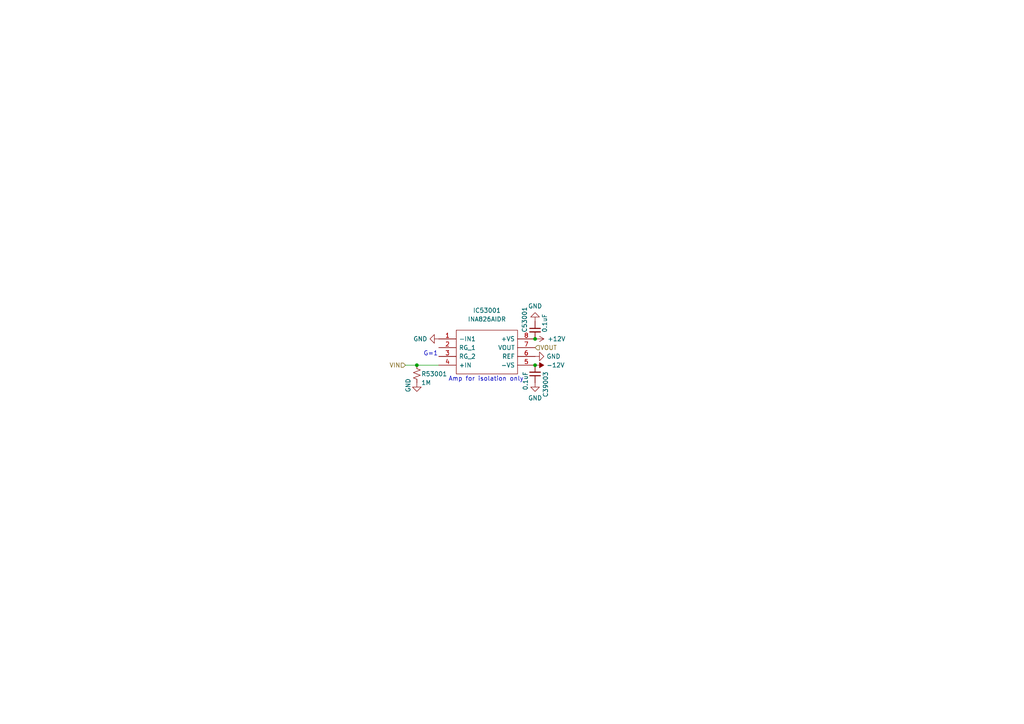
<source format=kicad_sch>
(kicad_sch (version 20231120) (generator "eeschema") (generator_version "8.0")
  (paper "A4")
  (lib_symbols
    (symbol "Device:C_Small" (pin_numbers hide) (pin_names (offset 0.254) hide)
      (property "Reference" "C" (at 0.254 1.778 0))
      (property "Value" "C_Small" (at 0.254 -2.032 0))
      (symbol "C_Small_0_1"
        (polyline (pts (xy -1.524 -0.508) (xy 1.524 -0.508)) (stroke (width 0.3302)))
        (polyline (pts (xy -1.524 0.508) (xy 1.524 0.508)) (stroke (width 0.3048)))
      )
      (symbol "C_Small_1_1"
        (pin passive line (at 0 2.54 270) (length 2.032) (name "~") (number "1"))
        (pin passive line (at 0 -2.54 90) (length 2.032) (name "~") (number "2"))
      )
    )
    (symbol "Device:R_Small_US" (pin_numbers hide) (pin_names (offset 0.254) hide)
      (property "Reference" "R" (at 0.762 0.508 0))
      (property "Value" "R_Small_US" (at 0.762 -1.016 0))
      (symbol "R_Small_US_1_1"
        (polyline (pts (xy 0 0) (xy 1.016 -0.381) (xy 0 -0.762) (xy -1.016 -1.143) (xy 0 -1.524)))
        (polyline (pts (xy 0 1.524) (xy 1.016 1.143) (xy 0 0.762) (xy -1.016 0.381) (xy 0 0)))
        (pin passive line (at 0 2.54 270) (length 1.016) (name "~") (number "1"))
        (pin passive line (at 0 -2.54 90) (length 1.016) (name "~") (number "2"))
      )
    )
    (symbol "aaa:INA826AIDR" (pin_names (offset 0.762))
      (property "Reference" "IC" (at 24.13 7.62 0))
      (property "Value" "INA826AIDR" (at 24.13 5.08 0))
      (symbol "INA826AIDR_0_0"
        (pin passive line (at 0 0 0) (length 5.08) (name "-IN1") (number "1"))
        (pin passive line (at 0 -2.54 0) (length 5.08) (name "RG_1") (number "2"))
        (pin passive line (at 0 -5.08 0) (length 5.08) (name "RG_2") (number "3"))
        (pin passive line (at 0 -7.62 0) (length 5.08) (name "+IN") (number "4"))
        (pin passive line (at 27.94 -7.62 180) (length 5.08) (name "-VS") (number "5"))
        (pin passive line (at 27.94 -5.08 180) (length 5.08) (name "REF") (number "6"))
        (pin passive line (at 27.94 -2.54 180) (length 5.08) (name "VOUT") (number "7"))
        (pin passive line (at 27.94 0 180) (length 5.08) (name "+VS") (number "8"))
      )
      (symbol "INA826AIDR_0_1"
        (polyline (pts (xy 5.08 2.54) (xy 22.86 2.54) (xy 22.86 -10.16) (xy 5.08 -10.16) (xy 5.08 2.54)) (stroke (width 0.1524)))
      )
    )
    (symbol "power:+12V" (power) (pin_numbers hide) (pin_names (offset 0) hide)
      (property "Value" "+12V" (at 0 3.556 0))
      (symbol "+12V_0_1"
        (polyline (pts (xy -0.762 1.27) (xy 0 2.54)))
        (polyline (pts (xy 0 0) (xy 0 2.54)))
        (polyline (pts (xy 0 2.54) (xy 0.762 1.27)))
      )
      (symbol "+12V_1_1"
        (pin power_in line (at 0 0 90) (length 0) (name "~") (number "1"))
      )
    )
    (symbol "power:-12V" (power) (pin_numbers hide) (pin_names (offset 0) hide)
      (property "Value" "-12V" (at 0 3.556 0))
      (symbol "-12V_0_0"
        (pin power_in line (at 0 0 90) (length 0) (name "~") (number "1"))
      )
      (symbol "-12V_0_1"
        (polyline (pts (xy 0 0) (xy 0 1.27) (xy 0.762 1.27) (xy 0 2.54) (xy -0.762 1.27) (xy 0 1.27)) (fill (type outline)))
      )
    )
    (symbol "power:GND" (power) (pin_names (offset 0))
      (property "Value" "GND" (at 0 -3.81 0))
      (symbol "GND_0_1"
        (polyline (pts (xy 0 0) (xy 0 -1.27) (xy 1.27 -1.27) (xy 0 -2.54) (xy -1.27 -1.27) (xy 0 -1.27)))
      )
      (symbol "GND_1_1"
        (pin power_in line (at 0 0 270) (length 0) hide (name "GND") (number "1"))
      )
    )
  )
  (junction (at 155.194 98.298))
  (junction (at 120.904 105.918))
  (junction (at 155.194 105.918))
  (wire (pts (xy 127.254 105.918) (xy 120.904 105.918)))
  (wire (pts (xy 117.602 105.918) (xy 120.904 105.918)))
  (text "Amp for isolation only" (at 130.048 110.744 0) (effects (font (size 1.27 1.27)) (justify left bottom)))
  (text "G=1" (at 122.809 103.378 0) (effects (font (size 1.27 1.27)) (justify left bottom)))
  (hierarchical_label "VOUT" (shape input) (at 155.194 100.838 0))
  (hierarchical_label "VIN" (shape input) (at 117.602 105.918 180))
  (symbol (lib_id "power:GND") (at 155.194 103.378 90) (unit 1)
    (property "Reference" "#PWR288" (effects (hide yes)))
    (property "Value" "GND" (at 158.496 103.3779 90) (effects (justify right)))
    (instances (project "analog_i" (path "" (reference "#PWR288") (unit 1)) (path "" (reference "#PWR293") (unit 1))) (project "analog_frontend_panel" (path "" (reference "#PWR37003") (unit 1)) (path "" (reference "#PWR34003") (unit 1))))
  )
  (symbol (lib_id "Device:C_Small") (at 155.194 108.458 180) (unit 1)
    (property "Reference" "C32006" (at 158.242 111.506 90))
    (property "Value" "0.1uF" (at 152.4 110.49 90))
    (property "Footprint" "Capacitor_SMD:C_0402_1005Metric" (effects (hide yes)))
    (instances (project "analog_frontend_panel" (path "" (reference "C39003") (unit 1)) (path "" (reference "C32006") (unit 1))))
  )
  (symbol (lib_id "power:GND") (at 155.194 93.218 180) (unit 1)
    (property "Reference" "#PWR291" (effects (hide yes)))
    (property "Value" "GND" (at 155.194 88.773 0))
    (instances (project "analog_i" (path "" (reference "#PWR291") (unit 1)) (path "" (reference "#PWR296") (unit 1))) (project "analog_frontend_panel" (path "" (reference "#PWR37004") (unit 1)) (path "" (reference "#PWR34004") (unit 1))))
  )
  (symbol (lib_id "power:GND") (at 120.904 110.998 0) (unit 1)
    (property "Reference" "#PWR290" (effects (hide yes)))
    (property "Value" "GND" (at 118.364 109.728 90) (effects (justify right)))
    (instances (project "analog_i" (path "" (reference "#PWR290") (unit 1)) (path "" (reference "#PWR295") (unit 1))) (project "analog_frontend_panel" (path "" (reference "#PWR37001") (unit 1)) (path "" (reference "#PWR34001") (unit 1))))
  )
  (symbol (lib_id "power:GND") (at 127.254 98.298 270) (unit 1)
    (property "Reference" "#PWR289" (effects (hide yes)))
    (property "Value" "GND" (at 123.952 98.2979 90) (effects (justify right)))
    (instances (project "analog_i" (path "" (reference "#PWR289") (unit 1)) (path "" (reference "#PWR294") (unit 1))) (project "analog_frontend_panel" (path "" (reference "#PWR37002") (unit 1)) (path "" (reference "#PWR34002") (unit 1))))
  )
  (symbol (lib_id "Device:R_Small_US") (at 120.904 108.458 0) (unit 1)
    (property "Reference" "R53001" (at 122.174 108.458 0) (effects (justify left)))
    (property "Value" "1M" (at 122.174 110.998 0) (effects (justify left)))
    (property "Footprint" "Resistor_SMD:R_0402_1005Metric" (effects (hide yes)))
    (instances (project "analog_i" (path "" (reference "R53001") (unit 1)) (path "" (reference "R54001") (unit 1))) (project "analog_frontend_panel" (path "" (reference "R37001") (unit 1)) (path "" (reference "R34001") (unit 1))))
  )
  (symbol (lib_id "Device:C_Small") (at 155.194 95.758 0) (unit 1)
    (property "Reference" "C53001" (at 152.146 92.71 90))
    (property "Value" "0.1uF" (at 157.988 93.726 90))
    (property "Footprint" "Capacitor_SMD:C_0402_1005Metric" (effects (hide yes)))
    (instances (project "analog_i" (path "" (reference "C53001") (unit 1)) (path "" (reference "C54001") (unit 1))) (project "analog_frontend_panel" (path "" (reference "C37001") (unit 1)) (path "" (reference "C34002") (unit 1))))
  )
  (symbol (lib_id "aaa:INA826AIDR") (at 127.254 98.298 0) (unit 1)
    (property "Reference" "IC53001" (at 141.224 90.043 0))
    (property "Value" "INA826AIDR" (at 141.224 92.583 0))
    (property "Footprint" "aaa:SOIC127P600X175-8N" (effects (hide yes)))
    (property "Datasheet" "http://www.ti.com/lit/gpn/ina826" (effects (hide yes)))
    (property "Description" "Precision, 200-uA Supply Current, 36-V Supply Instrumentation Amplifier" (effects (hide yes)))
    (property "Height" "1.75" (effects (hide yes)))
    (property "Manufacturer_Name" "Texas Instruments" (effects (hide yes)))
    (property "Manufacturer_Part_Number" "INA826AIDR" (effects (hide yes)))
    (property "Mouser Part Number" "595-INA826AIDR" (effects (hide yes)))
    (property "Mouser Price/Stock" "https://www.mouser.co.uk/ProductDetail/Texas-Instruments/INA826AIDR?qs=RqytGdBYyUFuQNJtlkA6aQ%3D%3D" (effects (hide yes)))
    (property "Arrow Part Number" "INA826AIDR" (effects (hide yes)))
    (property "Arrow Price/Stock" "https://www.arrow.com/en/products/ina826aidr/texas-instruments?region=nac" (effects (hide yes)))
    (property "LCSC" "C38433" (effects (hide yes)))
    (instances (project "analog_i" (path "" (reference "IC53001") (unit 1)) (path "" (reference "IC54001") (unit 1))) (project "analog_frontend_panel" (path "" (reference "IC37001") (unit 1)) (path "" (reference "IC34002") (unit 1))))
  )
  (symbol (lib_id "power:+12V") (at 155.194 98.298 270) (unit 1)
    (property "Reference" "#PWR39011" (effects (hide yes)))
    (property "Value" "+12V" (at 158.75 98.2979 90) (effects (justify left)))
    (property "Description" "Power symbol creates a global label with name \"+12V\"" (effects (hide yes)))
    (instances (project "" (path "" (reference "#PWR39011") (unit 1)) (path "" (reference "#PWR32010") (unit 1))))
  )
  (symbol (lib_id "power:GND") (at 155.194 110.998 0) (unit 1)
    (property "Reference" "#PWR32013" (effects (hide yes)))
    (property "Value" "GND" (at 155.194 115.443 0))
    (instances (project "analog_frontend_panel" (path "" (reference "#PWR39013") (unit 1)) (path "" (reference "#PWR32013") (unit 1))))
  )
  (symbol (lib_id "power:-12V") (at 155.194 105.918 270) (unit 1)
    (property "Reference" "#PWR39012" (effects (hide yes)))
    (property "Value" "-12V" (at 158.496 105.9179 90) (effects (justify left)))
    (property "Description" "Power symbol creates a global label with name \"-12V\"" (effects (hide yes)))
    (instances (project "" (path "" (reference "#PWR39012") (unit 1)) (path "" (reference "#PWR32012") (unit 1))))
  )
)
</source>
